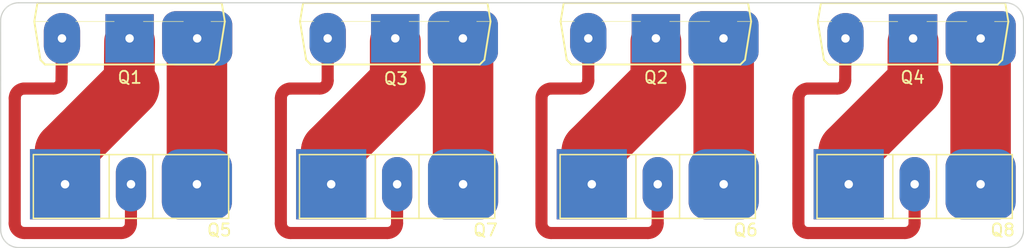
<source format=kicad_pcb>
(kicad_pcb (version 20211014) (generator pcbnew)
  (layers (0 "F.Cu" signal) (31 "B.Cu" signal) (34 "B.Paste" user) (35 "F.Paste" user) (36 "B.SilkS" user "B.Silkscreen") (37 "F.SilkS" user "F.Silkscreen") (38 "B.Mask" user) (39 "F.Mask" user) (44 "Edge.Cuts" user))
  (net 0 "")
  (net 1 "Net-(Q5-Pad2)")
  (net 2 "Net-(Q5-Pad1)")
  (net 3 "Net-(Q5-Pad3)")
  (net 4 "Net-(Q6-Pad2)")
  (net 5 "Net-(Q2-PadD)")
  (net 6 "Net-(Q2-PadS)")
  (net 7 "Net-(Q7-Pad2)")
  (net 8 "Net-(Q7-Pad1)")
  (net 9 "Net-(Q7-Pad3)")
  (net 10 "Net-(Q8-Pad2)")
  (net 11 "Net-(Q4-PadD)")
  (net 12 "Net-(Q4-PadS)")
  (footprint "Package_TO_SOT_THT:TO-247-3_Vertical" (layer "F.Cu") (at 113.8 69.8)
    (fp_text reference "Q6" (at 12.7144 3.7875) (layer "F.SilkS"))
    (fp_text value "IRFP150")
    (fp_line (start 7.255 -2.451) (end 7.255 2.82) (layer "F.SilkS") (width 0.12))
    (fp_line (start -2.62 2.82) (end 13.52 2.82) (layer "F.SilkS") (width 0.12))
    (fp_line (start 3.646 -2.451) (end 3.646 2.82) (layer "F.SilkS") (width 0.12))
    (fp_line (start -2.62 -2.451) (end 13.52 -2.451) (layer "F.SilkS") (width 0.12))
    (fp_line (start -2.62 -2.451) (end -2.62 2.82) (layer "F.SilkS") (width 0.12))
    (fp_line (start 13.52 -2.451) (end 13.52 2.82) (layer "F.SilkS") (width 0.12))
    (pad "1" thru_hole rect (at 0 0) (size 5.8 5.8) (drill 0.7) (layers *.Cu *.Mask) (net 5 "Net-(Q2-PadD)"))
    (pad "2" thru_hole oval (at 5.45 0) (size 2.5 4.5) (drill 0.7) (layers *.Cu *.Mask) (net 4 "Net-(Q6-Pad2)"))
    (pad "3" thru_hole roundrect (at 10.9 0) (size 5.8 5.8) (drill 0.7) (layers *.Cu *.Mask) (net 6 "Net-(Q2-PadS)"))
  )
  (footprint "Package_TO_SOT_THT:TO-247-3_Vertical" (layer "F.Cu") (at 92.2608 69.8)
    (fp_text reference "Q7" (at 12.7536 3.7875) (layer "F.SilkS"))
    (fp_text value "IRFP150")
    (fp_line (start -2.62 2.82) (end 13.52 2.82) (layer "F.SilkS") (width 0.12))
    (fp_line (start -2.62 -2.451) (end 13.52 -2.451) (layer "F.SilkS") (width 0.12))
    (fp_line (start 3.646 -2.451) (end 3.646 2.82) (layer "F.SilkS") (width 0.12))
    (fp_line (start -2.62 -2.451) (end -2.62 2.82) (layer "F.SilkS") (width 0.12))
    (fp_line (start 13.52 -2.451) (end 13.52 2.82) (layer "F.SilkS") (width 0.12))
    (fp_line (start 7.255 -2.451) (end 7.255 2.82) (layer "F.SilkS") (width 0.12))
    (pad "1" thru_hole rect (at 0 0) (size 5.8 5.8) (drill 0.7) (layers *.Cu *.Mask) (net 8 "Net-(Q7-Pad1)"))
    (pad "2" thru_hole oval (at 5.45 0) (size 2.5 4.5) (drill 0.7) (layers *.Cu *.Mask) (net 7 "Net-(Q7-Pad2)"))
    (pad "3" thru_hole roundrect (at 10.9 0) (size 5.8 5.8) (drill 0.7) (layers *.Cu *.Mask) (net 9 "Net-(Q7-Pad3)"))
  )
  (footprint "Package_TO_SOT_THT:TO-247-3_Vertical" (layer "F.Cu") (at 135.0344 69.8)
    (fp_text reference "Q8" (at 12.73 3.7875) (layer "F.SilkS"))
    (fp_text value "IRFP150")
    (fp_line (start -2.62 -2.451) (end -2.62 2.82) (layer "F.SilkS") (width 0.12))
    (fp_line (start 13.52 -2.451) (end 13.52 2.82) (layer "F.SilkS") (width 0.12))
    (fp_line (start -2.62 -2.451) (end 13.52 -2.451) (layer "F.SilkS") (width 0.12))
    (fp_line (start -2.62 2.82) (end 13.52 2.82) (layer "F.SilkS") (width 0.12))
    (fp_line (start 7.255 -2.451) (end 7.255 2.82) (layer "F.SilkS") (width 0.12))
    (fp_line (start 3.646 -2.451) (end 3.646 2.82) (layer "F.SilkS") (width 0.12))
    (pad "1" thru_hole rect (at 0 0) (size 5.8 5.8) (drill 0.7) (layers *.Cu *.Mask) (net 11 "Net-(Q4-PadD)"))
    (pad "2" thru_hole oval (at 5.45 0) (size 2.5 4.5) (drill 0.7) (layers *.Cu *.Mask) (net 10 "Net-(Q8-Pad2)"))
    (pad "3" thru_hole roundrect (at 10.9 0) (size 5.8 5.8) (drill 0.7) (layers *.Cu *.Mask) (net 12 "Net-(Q4-PadS)"))
  )
  (footprint "IRFP150:TO247BV" (layer "F.Cu") (at 119.0976 54.8219)
    (fp_text reference "Q2" (at 0.0168 6.1497) (layer "F.SilkS"))
    (fp_text value "IRFP150")
    (fp_line (start 6.985 5.08) (end 7.366 4.699) (layer "F.SilkS") (width 0.1524))
    (fp_line (start -7.874 1.524) (end -6.731 1.524) (layer "F.SilkS") (width 0.0508))
    (fp_line (start -4.445 1.524) (end -1.27 1.524) (layer "F.SilkS") (width 0.0508))
    (fp_line (start 7.874 1.524) (end 7.62 0) (layer "F.SilkS") (width 0.1524))
    (fp_line (start 1.143 1.524) (end 4.445 1.524) (layer "F.SilkS") (width 0.0508))
    (fp_line (start 7.62 0) (end -7.62 0) (layer "F.SilkS") (width 0.1524))
    (fp_line (start -6.985 5.08) (end 6.985 5.08) (layer "F.SilkS") (width 0.1524))
    (fp_line (start -7.366 4.699) (end -7.874 1.524) (layer "F.SilkS") (width 0.1524))
    (fp_line (start 6.731 1.524) (end 7.874 1.524) (layer "F.SilkS") (width 0.0508))
    (fp_line (start 7.366 4.699) (end 7.874 1.524) (layer "F.SilkS") (width 0.1524))
    (fp_line (start -6.985 5.08) (end -7.366 4.699) (layer "F.SilkS") (width 0.1524))
    (fp_line (start -7.62 0) (end -7.874 1.524) (layer "F.SilkS") (width 0.1524))
    (pad "D" thru_hole rect locked (at 0 2.921) (size 4 4) (drill 0.7) (layers *.Cu *.Mask) (net 5 "Net-(Q2-PadD)"))
    (pad "G" thru_hole oval locked (at -5.588 2.921) (size 3 4.2) (drill 0.7) (layers *.Cu *.Mask) (net 4 "Net-(Q6-Pad2)"))
    (pad "S" thru_hole roundrect locked (at 5.588 2.921) (size 5.8 4.5) (drill 0.7) (layers *.Cu *.Mask) (net 6 "Net-(Q2-PadS)"))
  )
  (footprint "Package_TO_SOT_THT:TO-247-3_Vertical" (layer "F.Cu") (at 70.2644 69.8)
    (fp_text reference "Q5" (at 12.75 3.7875) (layer "F.SilkS"))
    (fp_text value "IRFP150")
    (fp_line (start -2.62 -2.451) (end -2.62 2.82) (layer "F.SilkS") (width 0.12))
    (fp_line (start 3.646 -2.451) (end 3.646 2.82) (layer "F.SilkS") (width 0.12))
    (fp_line (start -2.62 2.82) (end 13.52 2.82) (layer "F.SilkS") (width 0.12))
    (fp_line (start 7.255 -2.451) (end 7.255 2.82) (layer "F.SilkS") (width 0.12))
    (fp_line (start -2.62 -2.451) (end 13.52 -2.451) (layer "F.SilkS") (width 0.12))
    (fp_line (start 13.52 -2.451) (end 13.52 2.82) (layer "F.SilkS") (width 0.12))
    (pad "1" thru_hole rect (at 0 0) (size 5.8 5.8) (drill 0.7) (layers *.Cu *.Mask) (net 2 "Net-(Q5-Pad1)"))
    (pad "2" thru_hole oval (at 5.45 0) (size 2.5 4.5) (drill 0.7) (layers *.Cu *.Mask) (net 1 "Net-(Q5-Pad2)"))
    (pad "3" thru_hole roundrect (at 10.9 0) (size 5.8 5.8) (drill 0.7) (layers *.Cu *.Mask) (net 3 "Net-(Q5-Pad3)"))
  )
  (footprint "IRFP150:TO247BV" (layer "F.Cu") (at 97.5584 54.8219)
    (fp_text reference "Q3" (at 0.056 6.2497) (layer "F.SilkS"))
    (fp_text value "IRFP150")
    (fp_line (start 7.366 4.699) (end 7.874 1.524) (layer "F.SilkS") (width 0.1524))
    (fp_line (start -4.445 1.524) (end -1.27 1.524) (layer "F.SilkS") (width 0.0508))
    (fp_line (start 6.731 1.524) (end 7.874 1.524) (layer "F.SilkS") (width 0.0508))
    (fp_line (start 1.143 1.524) (end 4.445 1.524) (layer "F.SilkS") (width 0.0508))
    (fp_line (start 7.874 1.524) (end 7.62 0) (layer "F.SilkS") (width 0.1524))
    (fp_line (start -6.985 5.08) (end 6.985 5.08) (layer "F.SilkS") (width 0.1524))
    (fp_line (start 7.62 0) (end -7.62 0) (layer "F.SilkS") (width 0.1524))
    (fp_line (start -7.62 0) (end -7.874 1.524) (layer "F.SilkS") (width 0.1524))
    (fp_line (start -7.366 4.699) (end -7.874 1.524) (layer "F.SilkS") (width 0.1524))
    (fp_line (start -6.985 5.08) (end -7.366 4.699) (layer "F.SilkS") (width 0.1524))
    (fp_line (start 6.985 5.08) (end 7.366 4.699) (layer "F.SilkS") (width 0.1524))
    (fp_line (start -7.874 1.524) (end -6.731 1.524) (layer "F.SilkS") (width 0.0508))
    (pad "D" thru_hole rect locked (at 0 2.921) (size 4 4) (drill 0.7) (layers *.Cu *.Mask) (net 8 "Net-(Q7-Pad1)"))
    (pad "G" thru_hole oval locked (at -5.588 2.921) (size 3 4.2) (drill 0.7) (layers *.Cu *.Mask) (net 7 "Net-(Q7-Pad2)"))
    (pad "S" thru_hole roundrect locked (at 5.588 2.921) (size 5.8 4.5) (drill 0.7) (layers *.Cu *.Mask) (net 9 "Net-(Q7-Pad3)"))
  )
  (footprint "IRFP150:TO247BV" (layer "F.Cu") (at 75.5984 54.8242)
    (fp_text reference "Q1" (at 0.016 6.1474) (layer "F.SilkS"))
    (fp_text value "IRFP150")
    (fp_line (start -6.985 5.08) (end 6.985 5.08) (layer "F.SilkS") (width 0.1524))
    (fp_line (start -6.985 5.08) (end -7.366 4.699) (layer "F.SilkS") (width 0.1524))
    (fp_line (start -4.445 1.524) (end -1.27 1.524) (layer "F.SilkS") (width 0.0508))
    (fp_line (start 6.985 5.08) (end 7.366 4.699) (layer "F.SilkS") (width 0.1524))
    (fp_line (start 1.143 1.524) (end 4.445 1.524) (layer "F.SilkS") (width 0.0508))
    (fp_line (start -7.366 4.699) (end -7.874 1.524) (layer "F.SilkS") (width 0.1524))
    (fp_line (start 7.874 1.524) (end 7.62 0) (layer "F.SilkS") (width 0.1524))
    (fp_line (start -7.62 0) (end -7.874 1.524) (layer "F.SilkS") (width 0.1524))
    (fp_line (start -7.874 1.524) (end -6.731 1.524) (layer "F.SilkS") (width 0.0508))
    (fp_line (start 7.62 0) (end -7.62 0) (layer "F.SilkS") (width 0.1524))
    (fp_line (start 7.366 4.699) (end 7.874 1.524) (layer "F.SilkS") (width 0.1524))
    (fp_line (start 6.731 1.524) (end 7.874 1.524) (layer "F.SilkS") (width 0.0508))
    (pad "D" thru_hole rect locked (at 0 2.921) (size 4 4) (drill 0.7) (layers *.Cu *.Mask) (net 2 "Net-(Q5-Pad1)"))
    (pad "G" thru_hole oval locked (at -5.588 2.921) (size 3 4.2) (drill 0.7) (layers *.Cu *.Mask) (net 1 "Net-(Q5-Pad2)"))
    (pad "S" thru_hole roundrect locked (at 5.588 2.921) (size 5.8 4.5) (drill 0.7) (layers *.Cu *.Mask) (net 3 "Net-(Q5-Pad3)"))
  )
  (footprint "IRFP150:TO247BV" (layer "F.Cu") (at 140.3543 54.829)
    (fp_text reference "Q4" (at -0.0399 6.1426) (layer "F.SilkS"))
    (fp_text value "IRFP150")
    (fp_line (start -7.874 1.524) (end -6.731 1.524) (layer "F.SilkS") (width 0.0508))
    (fp_line (start 7.874 1.524) (end 7.62 0) (layer "F.SilkS") (width 0.1524))
    (fp_line (start -6.985 5.08) (end 6.985 5.08) (layer "F.SilkS") (width 0.1524))
    (fp_line (start 6.731 1.524) (end 7.874 1.524) (layer "F.SilkS") (width 0.0508))
    (fp_line (start -6.985 5.08) (end -7.366 4.699) (layer "F.SilkS") (width 0.1524))
    (fp_line (start 7.62 0) (end -7.62 0) (layer "F.SilkS") (width 0.1524))
    (fp_line (start 6.985 5.08) (end 7.366 4.699) (layer "F.SilkS") (width 0.1524))
    (fp_line (start 1.143 1.524) (end 4.445 1.524) (layer "F.SilkS") (width 0.0508))
    (fp_line (start 7.366 4.699) (end 7.874 1.524) (layer "F.SilkS") (width 0.1524))
    (fp_line (start -4.445 1.524) (end -1.27 1.524) (layer "F.SilkS") (width 0.0508))
    (fp_line (start -7.62 0) (end -7.874 1.524) (layer "F.SilkS") (width 0.1524))
    (fp_line (start -7.366 4.699) (end -7.874 1.524) (layer "F.SilkS") (width 0.1524))
    (pad "D" thru_hole rect locked (at 0 2.921) (size 4 4) (drill 0.7) (layers *.Cu *.Mask) (net 11 "Net-(Q4-PadD)"))
    (pad "G" thru_hole oval locked (at -5.588 2.921) (size 3 4.2) (drill 0.7) (layers *.Cu *.Mask) (net 10 "Net-(Q8-Pad2)"))
    (pad "S" thru_hole roundrect locked (at 5.588 2.921) (size 5.8 4.5) (drill 0.7) (layers *.Cu *.Mask) (net 12 "Net-(Q4-PadS)"))
  )
  (gr_line (start 64.9444 73.5348) (end 64.9383 56.3) (layer "Edge.Cuts") (width 0.1))
  (gr_arc (start 149.4905 73.5348) (mid 149.05116 74.59546) (end 147.9905 75.0348) (layer "Edge.Cuts") (width 0.1))
  (gr_line (start 149.4844 56.3) (end 149.4905 73.5348) (layer "Edge.Cuts") (width 0.1))
  (gr_arc (start 66.4444 75.0348) (mid 65.38374 74.59546) (end 64.9444 73.5348) (layer "Edge.Cuts") (width 0.1))
  (gr_line (start 147.9905 75.0348) (end 66.4444 75.0348) (layer "Edge.Cuts") (width 0.1))
  (gr_arc (start 64.9383 56.3) (mid 65.37764 55.23934) (end 66.4383 54.8) (layer "Edge.Cuts") (width 0.1))
  (gr_arc (start 147.9844 54.8) (mid 149.04506 55.23934) (end 149.4844 56.3) (layer "Edge.Cuts") (width 0.1))
  (gr_line (start 66.4383 54.8) (end 147.9844 54.8) (layer "Edge.Cuts") (width 0.1))
  (segment (start 66.1088 62.6902) (end 66.1038 73.0306) (width 1) (layer "F.Cu") (net 1))
  (segment (start 75.7094 73.025) (end 75.7144 69.8) (width 1) (layer "F.Cu") (net 1))
  (segment (start 69.3088 61.8902) (end 66.9088 61.8902) (width 1) (layer "F.Cu") (net 1))
  (segment (start 66.9038 73.8306) (end 74.9038 73.8306) (width 1) (layer "F.Cu") (net 1))
  (segment (start 70.0104 57.7452) (end 69.974 61.225) (width 1) (layer "F.Cu") (net 1))
  (arc (start 66.1038 73.0306) (mid 66.338115 73.596285) (end 66.9038 73.8306) (width 1) (layer "F.Cu") (net 1))
  (arc (start 74.9038 73.8306) (mid 75.473445 73.594645) (end 75.7094 73.025) (width 1) (layer "F.Cu") (net 1))
  (arc (start 69.974 61.225) (mid 69.779167 61.695367) (end 69.3088 61.8902) (width 1) (layer "F.Cu") (net 1))
  (arc (start 66.9088 61.8902) (mid 66.343115 62.124515) (end 66.1088 62.6902) (width 1) (layer "F.Cu") (net 1))
  (segment (start 70.2644 69.8) (end 70.2644 67.0792) (width 5) (layer "F.Cu") (net 2))
  (segment (start 70.2644 67.0792) (end 75.562 61.7816) (width 5) (layer "F.Cu") (net 2))
  (segment (start 75.562 61.7816) (end 75.5984 58.025) (width 4.2) (layer "F.Cu") (net 2))
  (segment (start 81.1644 69.8) (end 81.1644 58.025) (width 5) (layer "F.Cu") (net 3))
  (segment (start 81.1644 69.8) (end 81.1864 69.778) (width 0.25) (layer "F.Cu") (net 3))
  (arc (start 81.1644 59.1331) (mid 81.170844 59.117544) (end 81.1864 59.1111) (width 0.25) (layer "F.Cu") (net 3))
  (arc (start 81.1644 57.7672) (mid 81.170844 57.751644) (end 81.1864 57.7452) (width 0.25) (layer "F.Cu") (net 3))
  (segment (start 110.4394 73.8306) (end 118.4394 73.8306) (width 1) (layer "F.Cu") (net 4))
  (segment (start 113.5096 57.7429) (end 113.5096 61.225) (width 1) (layer "F.Cu") (net 4))
  (segment (start 109.6444 62.6902) (end 109.6394 73.0306) (width 1) (layer "F.Cu") (net 4))
  (segment (start 112.8444 61.8902) (end 110.4444 61.8902) (width 1) (layer "F.Cu") (net 4))
  (segment (start 119.245 73.025) (end 119.25 69.8) (width 1) (layer "F.Cu") (net 4))
  (arc (start 110.4444 61.8902) (mid 109.878715 62.124515) (end 109.6444 62.6902) (width 1) (layer "F.Cu") (net 4))
  (arc (start 118.4394 73.8306) (mid 119.009045 73.594645) (end 119.245 73.025) (width 1) (layer "F.Cu") (net 4))
  (arc (start 113.5096 61.225) (mid 113.314767 61.695367) (end 112.8444 61.8902) (width 1) (layer "F.Cu") (net 4))
  (arc (start 109.6394 73.0306) (mid 109.873715 73.596285) (end 110.4394 73.8306) (width 1) (layer "F.Cu") (net 4))
  (segment (start 113.8 67.0792) (end 119.0976 61.7816) (width 5) (layer "F.Cu") (net 5))
  (segment (start 113.8 69.8) (end 113.8 67.0792) (width 5) (layer "F.Cu") (net 5))
  (segment (start 119.0976 61.7816) (end 119.0976 58.025) (width 4.2) (layer "F.Cu") (net 5))
  (segment (start 124.7 69.8) (end 124.7 58.025) (width 5) (layer "F.Cu") (net 6))
  (arc (start 124.7 59.1232) (mid 124.695782 59.113018) (end 124.6856 59.1088) (width 0.25) (layer "F.Cu") (net 6))
  (arc (start 124.7 57.7573) (mid 124.695782 57.747118) (end 124.6856 57.7429) (width 0.25) (layer "F.Cu") (net 6))
  (segment (start 88.9002 73.8306) (end 96.9002 73.8306) (width 1) (layer "F.Cu") (net 7))
  (segment (start 88.1052 62.6902) (end 88.1002 73.0306) (width 1) (layer "F.Cu") (net 7))
  (segment (start 91.9704 57.7429) (end 91.9704 61.225) (width 1) (layer "F.Cu") (net 7))
  (segment (start 91.3052 61.8902) (end 88.9052 61.8902) (width 1) (layer "F.Cu") (net 7))
  (segment (start 97.7058 73.025) (end 97.7108 69.8) (width 1) (layer "F.Cu") (net 7))
  (arc (start 91.9704 61.225) (mid 91.775567 61.695367) (end 91.3052 61.8902) (width 1) (layer "F.Cu") (net 7))
  (arc (start 88.1002 73.0306) (mid 88.334515 73.596285) (end 88.9002 73.8306) (width 1) (layer "F.Cu") (net 7))
  (arc (start 88.9052 61.8902) (mid 88.339515 62.124515) (end 88.1052 62.6902) (width 1) (layer "F.Cu") (net 7))
  (arc (start 96.9002 73.8306) (mid 97.469845 73.594645) (end 97.7058 73.025) (width 1) (layer "F.Cu") (net 7))
  (segment (start 92.2608 67.0792) (end 97.5584 61.7816) (width 5) (layer "F.Cu") (net 8))
  (segment (start 97.5584 61.7816) (end 97.5584 58.025) (width 4.2) (layer "F.Cu") (net 8))
  (segment (start 92.2608 69.8) (end 92.2608 67.0792) (width 5) (layer "F.Cu") (net 8))
  (segment (start 103.1608 69.8) (end 103.1608 58.025) (width 5) (layer "F.Cu") (net 9))
  (arc (start 103.1608 59.1232) (mid 103.156582 59.113018) (end 103.1464 59.1088) (width 0.25) (layer "F.Cu") (net 9))
  (arc (start 103.1608 57.7573) (mid 103.156582 57.747118) (end 103.1464 57.7429) (width 0.25) (layer "F.Cu") (net 9))
  (segment (start 131.6738 73.8306) (end 139.6738 73.8306) (width 1) (layer "F.Cu") (net 10))
  (segment (start 130.8788 62.6902) (end 130.8738 73.0306) (width 1) (layer "F.Cu") (net 10))
  (segment (start 134.0788 61.8902) (end 131.6788 61.8902) (width 1) (layer "F.Cu") (net 10))
  (segment (start 134.7663 57.75) (end 134.744 61.225) (width 1) (layer "F.Cu") (net 10))
  (segment (start 140.4794 73.025) (end 140.4844 69.8) (width 1) (layer "F.Cu") (net 10))
  (arc (start 139.6738 73.8306) (mid 140.243445 73.594645) (end 140.4794 73.025) (width 1) (layer "F.Cu") (net 10))
  (arc (start 131.6788 61.8902) (mid 131.113115 62.124515) (end 130.8788 62.6902) (width 1) (layer "F.Cu") (net 10))
  (arc (start 130.8738 73.0306) (mid 131.108115 73.596285) (end 131.6738 73.8306) (width 1) (layer "F.Cu") (net 10))
  (arc (start 134.744 61.225) (mid 134.549167 61.695367) (end 134.0788 61.8902) (width 1) (layer "F.Cu") (net 10))
  (segment (start 135.0344 67.0792) (end 140.332 61.7816) (width 5) (layer "F.Cu") (net 11))
  (segment (start 140.332 61.7816) (end 140.3543 58.025) (width 4.2) (layer "F.Cu") (net 11))
  (segment (start 135.0344 69.8) (end 135.0344 67.0792) (width 5) (layer "F.Cu") (net 11))
  (segment (start 145.9344 69.8) (end 145.9344 58.025) (width 5) (layer "F.Cu") (net 12))
  (arc (start 145.9344 59.1238) (mid 145.936714 59.118214) (end 145.9423 59.1159) (width 0.25) (layer "F.Cu") (net 12))
  (arc (start 145.9344 57.7579) (mid 145.936714 57.752314) (end 145.9423 57.75) (width 0.25) (layer "F.Cu") (net 12))
)
</source>
